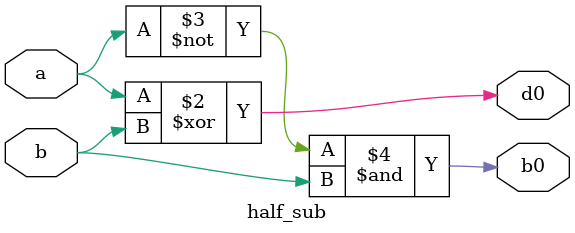
<source format=v>

module half_sub(output reg d0, b0, input wire a,b);
  always @* begin
    d0=a^b;
    b0=~a&b;
  end
endmodule

</source>
